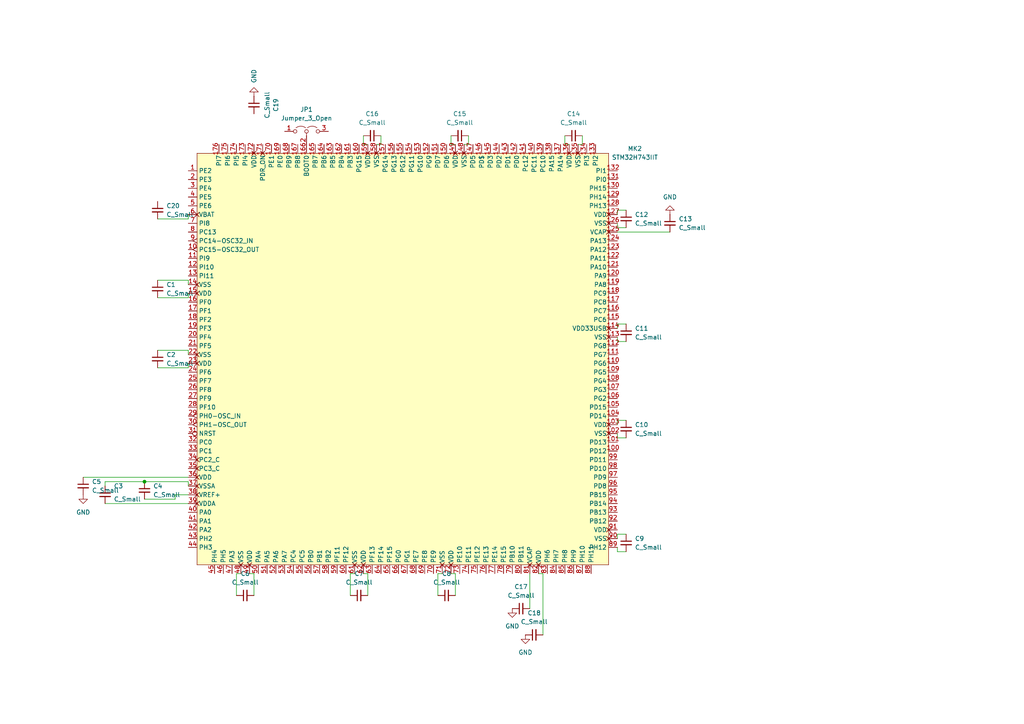
<source format=kicad_sch>
(kicad_sch (version 20250114) (generator "eeschema") (generator_version "9.0")
  (paper "A4")
  (lib_symbols
    (symbol "Device:C_Small" (pin_numbers (hide yes)) (pin_names (offset 0.254) (hide yes))
      (property "Reference" "C" (at 0.254 1.778 0))
      (property "Value" "C_Small" (at 0.254 -2.032 0))
      (symbol "C_Small_0_1"
        (polyline (pts (xy -1.524 0.508) (xy 1.524 0.508)) (stroke (width 0.3048)))
        (polyline (pts (xy -1.524 -0.508) (xy 1.524 -0.508)) (stroke (width 0.3302)))
      )
      (symbol "C_Small_1_1"
        (pin passive line (at 0 2.54 270) (length 2.032) (name "~") (number "1"))
        (pin passive line (at 0 -2.54 90) (length 2.032) (name "~") (number "2"))
      )
    )
    (symbol "Jumper:Jumper_3_Open" (pin_names (offset 0) (hide yes)) (in_bom no)
      (property "Reference" "JP" (at -2.54 -2.54 0))
      (property "Value" "Jumper_3_Open" (at 0 2.794 0))
      (symbol "Jumper_3_Open_0_0"
        (circle (center -3.302 0) (radius 0.508))
        (circle (center 0 0) (radius 0.508))
        (circle (center 3.302 0) (radius 0.508))
      )
      (symbol "Jumper_3_Open_0_1"
        (arc (start -3.048 1.016) (mid -1.651 1.4992) (end -0.254 1.016))
        (polyline (pts (xy 0 -0.508) (xy 0 -1.27)))
        (arc (start 0.254 1.016) (mid 1.651 1.4992) (end 3.048 1.016))
      )
      (symbol "Jumper_3_Open_1_1"
        (pin passive line (at -6.35 0 0) (length 2.54) (name "A") (number "1"))
        (pin passive line (at 0 -3.81 90) (length 2.54) (name "C") (number "2"))
        (pin passive line (at 6.35 0 180) (length 2.54) (name "B") (number "3"))
      )
    )
    (symbol "my_library:STM32H743IIT"
      (property "Reference" "MK" (at -1.27 1.016 0))
      (property "Value" "STM32H743IIT" (at 0 0 0))
      (symbol "STM32H743IIT_1_1"
        (rectangle (start -58.42 59.69) (end 60.96 -59.69) (fill (type background)))
        (pin bidirectional line (at -60.96 54.61 0) (length 2.54) (name "PE2") (number "1"))
        (pin bidirectional line (at -60.96 52.07 0) (length 2.54) (name "PE3") (number "2"))
        (pin bidirectional line (at -60.96 49.53 0) (length 2.54) (name "PE4") (number "3"))
        (pin bidirectional line (at -60.96 46.99 0) (length 2.54) (name "PE5") (number "4"))
        (pin bidirectional line (at -60.96 44.45 0) (length 2.54) (name "PE6") (number "5"))
        (pin power_in non_logic (at -60.96 41.91 0) (length 2.54) (name "VBAT") (number "6"))
        (pin bidirectional line (at -60.96 39.37 0) (length 2.54) (name "PI8") (number "7"))
        (pin bidirectional line (at -60.96 36.83 0) (length 2.54) (name "PC13") (number "8"))
        (pin bidirectional edge_clock_high (at -60.96 34.29 0) (length 2.54) (name "PC14-OSC32_IN") (number "9"))
        (pin bidirectional edge_clock_high (at -60.96 31.75 0) (length 2.54) (name "PC15-OSC32_OUT") (number "10"))
        (pin bidirectional line (at -60.96 29.21 0) (length 2.54) (name "PI9") (number "11"))
        (pin bidirectional line (at -60.96 26.67 0) (length 2.54) (name "PI10") (number "12"))
        (pin bidirectional line (at -60.96 24.13 0) (length 2.54) (name "PI11") (number "13"))
        (pin power_in non_logic (at -60.96 21.59 0) (length 2.54) (name "VSS") (number "14"))
        (pin power_in non_logic (at -60.96 19.05 0) (length 2.54) (name "VDD") (number "15"))
        (pin bidirectional line (at -60.96 16.51 0) (length 2.54) (name "PF0") (number "16"))
        (pin bidirectional line (at -60.96 13.97 0) (length 2.54) (name "PF1") (number "17"))
        (pin bidirectional line (at -60.96 11.43 0) (length 2.54) (name "PF2") (number "18"))
        (pin bidirectional line (at -60.96 8.89 0) (length 2.54) (name "PF3") (number "19"))
        (pin bidirectional line (at -60.96 6.35 0) (length 2.54) (name "PF4") (number "20"))
        (pin bidirectional line (at -60.96 3.81 0) (length 2.54) (name "PF5") (number "21"))
        (pin power_in non_logic (at -60.96 1.27 0) (length 2.54) (name "VSS") (number "22"))
        (pin power_in non_logic (at -60.96 -1.27 0) (length 2.54) (name "VDD") (number "23"))
        (pin bidirectional line (at -60.96 -3.81 0) (length 2.54) (name "PF6") (number "24"))
        (pin bidirectional line (at -60.96 -6.35 0) (length 2.54) (name "PF7") (number "25"))
        (pin bidirectional line (at -60.96 -8.89 0) (length 2.54) (name "PF8") (number "26"))
        (pin bidirectional line (at -60.96 -11.43 0) (length 2.54) (name "PF9") (number "27"))
        (pin bidirectional line (at -60.96 -13.97 0) (length 2.54) (name "PF10") (number "28"))
        (pin input edge_clock_high (at -60.96 -16.51 0) (length 2.54) (name "PH0-OSC_IN") (number "29"))
        (pin output edge_clock_high (at -60.96 -19.05 0) (length 2.54) (name "PH1-OSC_OUT") (number "30"))
        (pin bidirectional inverted (at -60.96 -21.59 0) (length 2.54) (name "NRST") (number "31"))
        (pin bidirectional line (at -60.96 -24.13 0) (length 2.54) (name "PC0") (number "32"))
        (pin bidirectional line (at -60.96 -26.67 0) (length 2.54) (name "PC1") (number "33"))
        (pin bidirectional non_logic (at -60.96 -29.21 0) (length 2.54) (name "PC2_C") (number "34"))
        (pin bidirectional non_logic (at -60.96 -31.75 0) (length 2.54) (name "PC3_C") (number "35"))
        (pin power_in non_logic (at -60.96 -34.29 0) (length 2.54) (name "VDD") (number "36"))
        (pin power_in non_logic (at -60.96 -36.83 0) (length 2.54) (name "VSSA") (number "37"))
        (pin power_in non_logic (at -60.96 -39.37 0) (length 2.54) (name "VREF+") (number "38"))
        (pin power_in non_logic (at -60.96 -41.91 0) (length 2.54) (name "VDDA") (number "39"))
        (pin bidirectional line (at -60.96 -44.45 0) (length 2.54) (name "PA0") (number "40"))
        (pin bidirectional line (at -60.96 -46.99 0) (length 2.54) (name "PA1") (number "41"))
        (pin bidirectional line (at -60.96 -49.53 0) (length 2.54) (name "PA2") (number "42"))
        (pin bidirectional line (at -60.96 -52.07 0) (length 2.54) (name "PH2") (number "43"))
        (pin bidirectional line (at -60.96 -54.61 0) (length 2.54) (name "PH3") (number "44"))
        (pin bidirectional line (at -53.34 -62.23 90) (length 2.54) (name "PH4") (number "45"))
        (pin bidirectional line (at -52.07 62.23 270) (length 2.54) (name "PI7") (number "176"))
        (pin bidirectional line (at -50.8 -62.23 90) (length 2.54) (name "PH5") (number "46"))
        (pin bidirectional line (at -49.53 62.23 270) (length 2.54) (name "PI6") (number "175"))
        (pin bidirectional line (at -48.26 -62.23 90) (length 2.54) (name "PA3") (number "47"))
        (pin bidirectional line (at -46.99 62.23 270) (length 2.54) (name "PI5") (number "174"))
        (pin power_in non_logic (at -45.72 -62.23 90) (length 2.54) (name "VSS") (number "48"))
        (pin bidirectional line (at -44.45 62.23 270) (length 2.54) (name "PI4") (number "173"))
        (pin power_in non_logic (at -43.18 -62.23 90) (length 2.54) (name "VDD") (number "49"))
        (pin power_in non_logic (at -41.91 62.23 270) (length 2.54) (name "VDD") (number "172"))
        (pin bidirectional line (at -40.64 -62.23 90) (length 2.54) (name "PA4") (number "50"))
        (pin power_in non_logic (at -39.37 62.23 270) (length 2.54) (name "PDR_ON") (number "171"))
        (pin bidirectional line (at -38.1 -62.23 90) (length 2.54) (name "PA5") (number "51"))
        (pin bidirectional line (at -36.83 62.23 270) (length 2.54) (name "PE1") (number "170"))
        (pin bidirectional line (at -35.56 -62.23 90) (length 2.54) (name "PA6") (number "52"))
        (pin bidirectional line (at -34.29 62.23 270) (length 2.54) (name "PE0") (number "169"))
        (pin bidirectional line (at -33.02 -62.23 90) (length 2.54) (name "PA7") (number "53"))
        (pin bidirectional line (at -31.75 62.23 270) (length 2.54) (name "PB9") (number "168"))
        (pin bidirectional line (at -30.48 -62.23 90) (length 2.54) (name "PC4") (number "54"))
        (pin bidirectional line (at -29.21 62.23 270) (length 2.54) (name "PB8") (number "167"))
        (pin bidirectional line (at -27.94 -62.23 90) (length 2.54) (name "PC5") (number "55"))
        (pin input line (at -26.67 62.23 270) (length 2.54) (name "BOOT0") (number "166"))
        (pin bidirectional line (at -25.4 -62.23 90) (length 2.54) (name "PB0") (number "56"))
        (pin bidirectional line (at -24.13 62.23 270) (length 2.54) (name "PB7") (number "165"))
        (pin bidirectional line (at -22.86 -62.23 90) (length 2.54) (name "PB1") (number "57"))
        (pin bidirectional line (at -21.59 62.23 270) (length 2.54) (name "PB6") (number "164"))
        (pin bidirectional line (at -20.32 -62.23 90) (length 2.54) (name "PB2") (number "58"))
        (pin bidirectional line (at -19.05 62.23 270) (length 2.54) (name "PB5") (number "163"))
        (pin bidirectional line (at -17.78 -62.23 90) (length 2.54) (name "PF11") (number "59"))
        (pin bidirectional line (at -16.51 62.23 270) (length 2.54) (name "PB4") (number "162"))
        (pin bidirectional line (at -15.24 -62.23 90) (length 2.54) (name "PF12") (number "60"))
        (pin bidirectional line (at -13.97 62.23 270) (length 2.54) (name "PB3") (number "161"))
        (pin power_in non_logic (at -12.7 -62.23 90) (length 2.54) (name "VSS") (number "61"))
        (pin bidirectional line (at -11.43 62.23 270) (length 2.54) (name "PG15") (number "160"))
        (pin power_in non_logic (at -10.16 -62.23 90) (length 2.54) (name "VDD") (number "62"))
        (pin power_in non_logic (at -8.89 62.23 270) (length 2.54) (name "VDD") (number "159"))
        (pin bidirectional line (at -7.62 -62.23 90) (length 2.54) (name "PF13") (number "63"))
        (pin power_in non_logic (at -6.35 62.23 270) (length 2.54) (name "VSS") (number "158"))
        (pin bidirectional line (at -5.08 -62.23 90) (length 2.54) (name "PF14") (number "64"))
        (pin bidirectional line (at -3.81 62.23 270) (length 2.54) (name "PG14") (number "157"))
        (pin bidirectional line (at -2.54 -62.23 90) (length 2.54) (name "PF15") (number "65"))
        (pin bidirectional line (at -1.27 62.23 270) (length 2.54) (name "PG13") (number "156"))
        (pin bidirectional line (at 0 -62.23 90) (length 2.54) (name "PG0") (number "66"))
        (pin bidirectional line (at 1.27 62.23 270) (length 2.54) (name "PG12") (number "155"))
        (pin bidirectional line (at 2.54 -62.23 90) (length 2.54) (name "PG1") (number "67"))
        (pin bidirectional line (at 3.81 62.23 270) (length 2.54) (name "PG11") (number "154"))
        (pin bidirectional line (at 5.08 -62.23 90) (length 2.54) (name "PE7") (number "68"))
        (pin bidirectional line (at 6.35 62.23 270) (length 2.54) (name "PG10") (number "153"))
        (pin bidirectional line (at 7.62 -62.23 90) (length 2.54) (name "PE8") (number "69"))
        (pin bidirectional line (at 8.89 62.23 270) (length 2.54) (name "PG9") (number "152"))
        (pin bidirectional line (at 10.16 -62.23 90) (length 2.54) (name "PE9") (number "70"))
        (pin bidirectional line (at 11.43 62.23 270) (length 2.54) (name "PD7") (number "151"))
        (pin power_in non_logic (at 12.7 -62.23 90) (length 2.54) (name "VSS") (number "71"))
        (pin bidirectional line (at 13.97 62.23 270) (length 2.54) (name "PD6") (number "150"))
        (pin power_in non_logic (at 15.24 -62.23 90) (length 2.54) (name "VDD") (number "72"))
        (pin power_in non_logic (at 16.51 62.23 270) (length 2.54) (name "VDD") (number "149"))
        (pin bidirectional line (at 17.78 -62.23 90) (length 2.54) (name "PE10") (number "73"))
        (pin power_in non_logic (at 19.05 62.23 270) (length 2.54) (name "VSS") (number "148"))
        (pin bidirectional line (at 20.32 -62.23 90) (length 2.54) (name "PE11") (number "74"))
        (pin bidirectional line (at 21.59 62.23 270) (length 2.54) (name "PD5") (number "147"))
        (pin bidirectional line (at 22.86 -62.23 90) (length 2.54) (name "PE12") (number "75"))
        (pin bidirectional line (at 24.13 62.23 270) (length 2.54) (name "PD$") (number "146"))
        (pin bidirectional line (at 25.4 -62.23 90) (length 2.54) (name "PE13") (number "76"))
        (pin bidirectional line (at 26.67 62.23 270) (length 2.54) (name "PD3") (number "145"))
        (pin bidirectional line (at 27.94 -62.23 90) (length 2.54) (name "PE14") (number "77"))
        (pin bidirectional line (at 29.21 62.23 270) (length 2.54) (name "PD2") (number "144"))
        (pin bidirectional line (at 30.48 -62.23 90) (length 2.54) (name "PE15") (number "78"))
        (pin bidirectional line (at 31.75 62.23 270) (length 2.54) (name "PD1") (number "143"))
        (pin bidirectional line (at 33.02 -62.23 90) (length 2.54) (name "PB10") (number "79"))
        (pin bidirectional line (at 34.29 62.23 270) (length 2.54) (name "PD0") (number "142"))
        (pin bidirectional line (at 35.56 -62.23 90) (length 2.54) (name "PB11") (number "80"))
        (pin bidirectional line (at 36.83 62.23 270) (length 2.54) (name "Pc12") (number "141"))
        (pin power_in non_logic (at 38.1 -62.23 90) (length 2.54) (name "VCAP") (number "81"))
        (pin bidirectional line (at 39.37 62.23 270) (length 2.54) (name "PC11") (number "140"))
        (pin power_in non_logic (at 40.64 -62.23 90) (length 2.54) (name "VDD") (number "82"))
        (pin bidirectional line (at 41.91 62.23 270) (length 2.54) (name "PC10") (number "139"))
        (pin bidirectional line (at 43.18 -62.23 90) (length 2.54) (name "PH6") (number "83"))
        (pin bidirectional line (at 44.45 62.23 270) (length 2.54) (name "PA15") (number "138"))
        (pin bidirectional line (at 45.72 -62.23 90) (length 2.54) (name "PH7") (number "84"))
        (pin bidirectional line (at 46.99 62.23 270) (length 2.54) (name "PA14") (number "137"))
        (pin bidirectional line (at 48.26 -62.23 90) (length 2.54) (name "PH8") (number "85"))
        (pin power_in non_logic (at 49.53 62.23 270) (length 2.54) (name "VDD") (number "136"))
        (pin bidirectional line (at 50.8 -62.23 90) (length 2.54) (name "PH9") (number "86"))
        (pin power_in non_logic (at 52.07 62.23 270) (length 2.54) (name "VSS") (number "135"))
        (pin bidirectional line (at 53.34 -62.23 90) (length 2.54) (name "PH10") (number "87"))
        (pin bidirectional line (at 54.61 62.23 270) (length 2.54) (name "PI3") (number "134"))
        (pin bidirectional line (at 55.88 -62.23 90) (length 2.54) (name "PH11") (number "88"))
        (pin bidirectional line (at 57.15 62.23 270) (length 2.54) (name "PI2") (number "133"))
        (pin bidirectional line (at 63.5 54.61 180) (length 2.54) (name "PI1") (number "132"))
        (pin bidirectional line (at 63.5 52.07 180) (length 2.54) (name "PI0") (number "131"))
        (pin bidirectional line (at 63.5 49.53 180) (length 2.54) (name "PH15") (number "130"))
        (pin bidirectional line (at 63.5 46.99 180) (length 2.54) (name "PH14") (number "129"))
        (pin bidirectional line (at 63.5 44.45 180) (length 2.54) (name "PH13") (number "128"))
        (pin power_in non_logic (at 63.5 41.91 180) (length 2.54) (name "VDD") (number "127"))
        (pin power_in non_logic (at 63.5 39.37 180) (length 2.54) (name "VSS") (number "126"))
        (pin power_out non_logic (at 63.5 36.83 180) (length 2.54) (name "VCAP") (number "125"))
        (pin bidirectional line (at 63.5 34.29 180) (length 2.54) (name "PA13") (number "124"))
        (pin bidirectional line (at 63.5 31.75 180) (length 2.54) (name "PA12") (number "123"))
        (pin bidirectional line (at 63.5 29.21 180) (length 2.54) (name "PA11") (number "122"))
        (pin bidirectional line (at 63.5 26.67 180) (length 2.54) (name "PA10") (number "121"))
        (pin bidirectional line (at 63.5 24.13 180) (length 2.54) (name "PA9") (number "120"))
        (pin bidirectional line (at 63.5 21.59 180) (length 2.54) (name "PA8") (number "119"))
        (pin bidirectional line (at 63.5 19.05 180) (length 2.54) (name "PC9") (number "118"))
        (pin bidirectional line (at 63.5 16.51 180) (length 2.54) (name "PC8") (number "117"))
        (pin bidirectional line (at 63.5 13.97 180) (length 2.54) (name "PC7") (number "116"))
        (pin bidirectional line (at 63.5 11.43 180) (length 2.54) (name "PC6") (number "115"))
        (pin power_in non_logic (at 63.5 8.89 180) (length 2.54) (name "VDD33USB") (number "114"))
        (pin power_in non_logic (at 63.5 6.35 180) (length 2.54) (name "VSS") (number "113"))
        (pin bidirectional line (at 63.5 3.81 180) (length 2.54) (name "PG8") (number "112"))
        (pin bidirectional line (at 63.5 1.27 180) (length 2.54) (name "PG7") (number "111"))
        (pin bidirectional line (at 63.5 -1.27 180) (length 2.54) (name "PG6") (number "110"))
        (pin bidirectional line (at 63.5 -3.81 180) (length 2.54) (name "PG5") (number "109"))
        (pin bidirectional line (at 63.5 -6.35 180) (length 2.54) (name "PG4") (number "108"))
        (pin bidirectional line (at 63.5 -8.89 180) (length 2.54) (name "PG3") (number "107"))
        (pin bidirectional line (at 63.5 -11.43 180) (length 2.54) (name "PG2") (number "106"))
        (pin bidirectional line (at 63.5 -13.97 180) (length 2.54) (name "PD15") (number "105"))
        (pin bidirectional line (at 63.5 -16.51 180) (length 2.54) (name "PD14") (number "104"))
        (pin power_in non_logic (at 63.5 -19.05 180) (length 2.54) (name "VDD") (number "103"))
        (pin power_in non_logic (at 63.5 -21.59 180) (length 2.54) (name "VSS") (number "102"))
        (pin bidirectional line (at 63.5 -24.13 180) (length 2.54) (name "PD13") (number "101"))
        (pin bidirectional line (at 63.5 -26.67 180) (length 2.54) (name "PD12") (number "100"))
        (pin bidirectional line (at 63.5 -29.21 180) (length 2.54) (name "PD11") (number "99"))
        (pin bidirectional line (at 63.5 -31.75 180) (length 2.54) (name "PD10") (number "98"))
        (pin bidirectional line (at 63.5 -34.29 180) (length 2.54) (name "PD9") (number "97"))
        (pin bidirectional line (at 63.5 -36.83 180) (length 2.54) (name "PD8") (number "96"))
        (pin bidirectional line (at 63.5 -39.37 180) (length 2.54) (name "PB15") (number "95"))
        (pin bidirectional line (at 63.5 -41.91 180) (length 2.54) (name "PB14") (number "94"))
        (pin bidirectional line (at 63.5 -44.45 180) (length 2.54) (name "PB13") (number "93"))
        (pin bidirectional line (at 63.5 -46.99 180) (length 2.54) (name "PB12") (number "92"))
        (pin power_in non_logic (at 63.5 -49.53 180) (length 2.54) (name "VDD") (number "91"))
        (pin power_in non_logic (at 63.5 -52.07 180) (length 2.54) (name "VSS") (number "90"))
        (pin bidirectional line (at 63.5 -54.61 180) (length 2.54) (name "PH12") (number "89"))
      )
    )
    (symbol "power:GND" (power) (pin_numbers (hide yes)) (pin_names (offset 0) (hide yes))
      (property "Value" "GND" (at 0 -3.81 0))
      (symbol "GND_0_1"
        (polyline (pts (xy 0 0) (xy 0 -1.27) (xy 1.27 -1.27) (xy 0 -2.54) (xy -1.27 -1.27) (xy 0 -1.27)))
      )
      (symbol "GND_1_1"
        (pin power_in line (at 0 0 270) (length 0) (name "~") (number "1"))
      )
    )
  )
  (junction (at 41.91 139.7))
  (wire (pts (xy 163.83 41.91) (xy 165.1 41.91)))
  (wire (pts (xy 135.89 41.91) (xy 135.89 39.37)))
  (wire (pts (xy 134.62 41.91) (xy 135.89 41.91)))
  (wire (pts (xy 30.48 139.7) (xy 41.91 139.7)))
  (wire (pts (xy 157.48 184.15) (xy 157.48 166.37)))
  (wire (pts (xy 179.07 67.31) (xy 194.31 67.31)))
  (wire (pts (xy 54.61 101.6) (xy 45.72 101.6)))
  (wire (pts (xy 101.6 172.72) (xy 101.6 166.37)))
  (wire (pts (xy 130.81 166.37) (xy 132.08 166.37)))
  (wire (pts (xy 54.61 81.28) (xy 45.72 81.28)))
  (wire (pts (xy 181.61 60.96) (xy 179.07 60.96)))
  (wire (pts (xy 30.48 139.7) (xy 30.48 140.97)))
  (wire (pts (xy 68.58 166.37) (xy 69.85 166.37)))
  (wire (pts (xy 30.48 146.05) (xy 54.61 146.05)))
  (wire (pts (xy 157.48 166.37) (xy 156.21 166.37)))
  (wire (pts (xy 179.07 121.92) (xy 179.07 123.19)))
  (wire (pts (xy 110.49 41.91) (xy 110.49 39.37)))
  (wire (pts (xy 73.66 172.72) (xy 73.66 166.37)))
  (wire (pts (xy 101.6 166.37) (xy 102.87 166.37)))
  (wire (pts (xy 179.07 93.98) (xy 179.07 95.25)))
  (wire (pts (xy 105.41 166.37) (xy 106.68 166.37)))
  (wire (pts (xy 106.68 41.91) (xy 105.41 41.91)))
  (wire (pts (xy 132.08 41.91) (xy 130.81 41.91)))
  (wire (pts (xy 54.61 105.41) (xy 54.61 106.68)))
  (wire (pts (xy 127 166.37) (xy 128.27 166.37)))
  (wire (pts (xy 181.61 93.98) (xy 179.07 93.98)))
  (wire (pts (xy 109.22 41.91) (xy 110.49 41.91)))
  (wire (pts (xy 54.61 106.68) (xy 45.72 106.68)))
  (wire (pts (xy 50.8 143.51) (xy 50.8 144.78)))
  (wire (pts (xy 127 172.72) (xy 127 166.37)))
  (wire (pts (xy 179.07 127) (xy 179.07 125.73)))
  (wire (pts (xy 181.61 127) (xy 179.07 127)))
  (wire (pts (xy 132.08 172.72) (xy 132.08 166.37)))
  (wire (pts (xy 45.72 63.5) (xy 54.61 63.5)))
  (wire (pts (xy 163.83 39.37) (xy 163.83 41.91)))
  (wire (pts (xy 153.67 166.37) (xy 153.67 176.53)))
  (wire (pts (xy 181.61 160.02) (xy 179.07 160.02)))
  (wire (pts (xy 179.07 60.96) (xy 179.07 62.23)))
  (wire (pts (xy 54.61 82.55) (xy 54.61 81.28)))
  (wire (pts (xy 168.91 41.91) (xy 167.64 41.91)))
  (wire (pts (xy 24.13 138.43) (xy 54.61 138.43)))
  (wire (pts (xy 68.58 172.72) (xy 68.58 166.37)))
  (wire (pts (xy 54.61 85.09) (xy 54.61 86.36)))
  (wire (pts (xy 105.41 41.91) (xy 105.41 39.37)))
  (wire (pts (xy 179.07 66.04) (xy 179.07 64.77)))
  (wire (pts (xy 130.81 41.91) (xy 130.81 39.37)))
  (wire (pts (xy 181.61 121.92) (xy 179.07 121.92)))
  (wire (pts (xy 179.07 99.06) (xy 179.07 97.79)))
  (wire (pts (xy 50.8 143.51) (xy 54.61 143.51)))
  (wire (pts (xy 54.61 63.5) (xy 54.61 62.23)))
  (wire (pts (xy 50.8 144.78) (xy 41.91 144.78)))
  (wire (pts (xy 181.61 99.06) (xy 179.07 99.06)))
  (wire (pts (xy 54.61 139.7) (xy 54.61 140.97)))
  (wire (pts (xy 179.07 154.94) (xy 179.07 156.21)))
  (wire (pts (xy 179.07 160.02) (xy 179.07 158.75)))
  (wire (pts (xy 54.61 102.87) (xy 54.61 101.6)))
  (wire (pts (xy 181.61 66.04) (xy 179.07 66.04)))
  (wire (pts (xy 181.61 154.94) (xy 179.07 154.94)))
  (wire (pts (xy 73.66 166.37) (xy 72.39 166.37)))
  (wire (pts (xy 106.68 172.72) (xy 106.68 166.37)))
  (wire (pts (xy 41.91 139.7) (xy 54.61 139.7)))
  (wire (pts (xy 54.61 86.36) (xy 45.72 86.36)))
  (wire (pts (xy 168.91 39.37) (xy 168.91 41.91)))
  (symbol (lib_id "Device:C_Small") (at 41.91 142.24 0) (unit 1)
    (property "Reference" "C4" (at 44.45 140.9762 0) (effects (justify left)))
    (property "Value" "C_Small" (at 44.45 143.5162 0) (effects (justify left)))
    (property "Description" "Unpolarized capacitor, small symbol" (effects (hide yes)))
  )
  (symbol (lib_id "Device:C_Small") (at 45.72 60.96 0) (unit 1)
    (property "Reference" "C20" (at 48.26 59.6962 0) (effects (justify left)))
    (property "Value" "C_Small" (at 48.26 62.2362 0) (effects (justify left)))
    (property "Description" "Unpolarized capacitor, small symbol" (effects (hide yes)))
  )
  (symbol (lib_id "power:GND") (at 73.66 27.94 180) (unit 1)
    (property "Reference" "#PWR05" (effects (hide yes)))
    (property "Value" "GND" (at 73.6601 24.13 90) (effects (justify right)))
    (property "Description" "Power symbol creates a global label with name \"GND\" , ground" (effects (hide yes)))
  )
  (symbol (lib_id "power:GND") (at 194.31 62.23 180) (unit 1)
    (property "Reference" "#PWR02" (effects (hide yes)))
    (property "Value" "GND" (at 194.31 57.15 0))
    (property "Description" "Power symbol creates a global label with name \"GND\" , ground" (effects (hide yes)))
  )
  (symbol (lib_id "Jumper:Jumper_3_Open") (at 88.9 38.1 0) (unit 1) (in_bom no)
    (property "Reference" "JP1" (at 88.9 31.75 0))
    (property "Value" "Jumper_3_Open" (at 88.9 34.29 0))
    (property "Description" "Jumper, 3-pole, both open" (effects (hide yes)))
  )
  (symbol (lib_id "Device:C_Small") (at 181.61 63.5 0) (unit 1)
    (property "Reference" "C12" (at 184.15 62.2362 0) (effects (justify left)))
    (property "Value" "C_Small" (at 184.15 64.7762 0) (effects (justify left)))
    (property "Description" "Unpolarized capacitor, small symbol" (effects (hide yes)))
  )
  (symbol (lib_id "Device:C_Small") (at 181.61 124.46 0) (unit 1)
    (property "Reference" "C10" (at 184.15 123.1962 0) (effects (justify left)))
    (property "Value" "C_Small" (at 184.15 125.7362 0) (effects (justify left)))
    (property "Description" "Unpolarized capacitor, small symbol" (effects (hide yes)))
  )
  (symbol (lib_id "Device:C_Small") (at 154.94 184.15 90) (unit 1)
    (property "Reference" "C18" (at 154.9463 177.8 90))
    (property "Value" "C_Small" (at 154.9463 180.34 90))
    (property "Description" "Unpolarized capacitor, small symbol" (effects (hide yes)))
  )
  (symbol (lib_id "power:GND") (at 152.4 184.15 0) (unit 1)
    (property "Reference" "#PWR04" (effects (hide yes)))
    (property "Value" "GND" (at 152.4 189.23 0))
    (property "Description" "Power symbol creates a global label with name \"GND\" , ground" (effects (hide yes)))
  )
  (symbol (lib_id "Device:C_Small") (at 71.12 172.72 90) (unit 1)
    (property "Reference" "C6" (at 71.1263 166.37 90))
    (property "Value" "C_Small" (at 71.1263 168.91 90))
    (property "Description" "Unpolarized capacitor, small symbol" (effects (hide yes)))
  )
  (symbol (lib_id "Device:C_Small") (at 133.35 39.37 270) (unit 1)
    (property "Reference" "C15" (at 133.3436 33.02 90))
    (property "Value" "C_Small" (at 133.3436 35.56 90))
    (property "Description" "Unpolarized capacitor, small symbol" (effects (hide yes)))
  )
  (symbol (lib_id "power:GND") (at 24.13 143.51 0) (unit 1)
    (property "Reference" "#PWR01" (effects (hide yes)))
    (property "Value" "GND" (at 24.13 148.59 0))
    (property "Description" "Power symbol creates a global label with name \"GND\" , ground" (effects (hide yes)))
  )
  (symbol (lib_id "Device:C_Small") (at 166.37 39.37 90) (unit 1)
    (property "Reference" "C14" (at 166.3763 33.02 90))
    (property "Value" "C_Small" (at 166.3763 35.56 90))
    (property "Description" "Unpolarized capacitor, small symbol" (effects (hide yes)))
  )
  (symbol (lib_id "Device:C_Small") (at 24.13 140.97 0) (unit 1)
    (property "Reference" "C5" (at 26.67 139.7062 0) (effects (justify left)))
    (property "Value" "C_Small" (at 26.67 142.2462 0) (effects (justify left)))
    (property "Description" "Unpolarized capacitor, small symbol" (effects (hide yes)))
  )
  (symbol (lib_id "Device:C_Small") (at 45.72 104.14 0) (unit 1)
    (property "Reference" "C2" (at 48.26 102.8762 0) (effects (justify left)))
    (property "Value" "C_Small" (at 48.26 105.4162 0) (effects (justify left)))
    (property "Description" "Unpolarized capacitor, small symbol" (effects (hide yes)))
  )
  (symbol (lib_id "Device:C_Small") (at 129.54 172.72 90) (unit 1)
    (property "Reference" "C8" (at 129.5463 166.37 90))
    (property "Value" "C_Small" (at 129.5463 168.91 90))
    (property "Description" "Unpolarized capacitor, small symbol" (effects (hide yes)))
  )
  (symbol (lib_id "my_library:STM32H743IIT") (at 115.57 104.14 0) (unit 1)
    (property "Reference" "MK2" (at 184.15 43.1098 0))
    (property "Value" "STM32H743IIT" (at 184.15 45.6498 0))
    (property "Footprint" "Package_QFP:LQFP-176_24x24mm_P0.5mm" (effects (hide yes)))
    (property "Datasheet" "kicad-embed://stm32h743ii.pdf" (effects (hide yes)))
  )
  (symbol (lib_id "Device:C_Small") (at 151.13 176.53 90) (unit 1)
    (property "Reference" "C17" (at 151.1363 170.18 90))
    (property "Value" "C_Small" (at 151.1363 172.72 90))
    (property "Description" "Unpolarized capacitor, small symbol" (effects (hide yes)))
  )
  (symbol (lib_id "Device:C_Small") (at 30.48 143.51 0) (unit 1)
    (property "Reference" "C3" (at 33.02 140.9762 0) (effects (justify left)))
    (property "Value" "C_Small" (at 33.02 144.7862 0) (effects (justify left)))
    (property "Description" "Unpolarized capacitor, small symbol" (effects (hide yes)))
  )
  (symbol (lib_id "Device:C_Small") (at 181.61 96.52 0) (unit 1)
    (property "Reference" "C11" (at 184.15 95.2562 0) (effects (justify left)))
    (property "Value" "C_Small" (at 184.15 97.7962 0) (effects (justify left)))
    (property "Description" "Unpolarized capacitor, small symbol" (effects (hide yes)))
  )
  (symbol (lib_id "Device:C_Small") (at 104.14 172.72 90) (unit 1)
    (property "Reference" "C7" (at 104.1463 166.37 90))
    (property "Value" "C_Small" (at 104.1463 168.91 90))
    (property "Description" "Unpolarized capacitor, small symbol" (effects (hide yes)))
  )
  (symbol (lib_id "Device:C_Small") (at 73.66 30.48 0) (unit 1)
    (property "Reference" "C19" (at 80.01 30.4863 90))
    (property "Value" "C_Small" (at 77.47 30.4863 90))
    (property "Description" "Unpolarized capacitor, small symbol" (effects (hide yes)))
  )
  (symbol (lib_id "Device:C_Small") (at 45.72 83.82 0) (unit 1)
    (property "Reference" "C1" (at 48.26 82.5562 0) (effects (justify left)))
    (property "Value" "C_Small" (at 48.26 85.0962 0) (effects (justify left)))
    (property "Description" "Unpolarized capacitor, small symbol" (effects (hide yes)))
  )
  (symbol (lib_id "power:GND") (at 148.59 176.53 0) (unit 1)
    (property "Reference" "#PWR03" (effects (hide yes)))
    (property "Value" "GND" (at 148.59 181.61 0))
    (property "Description" "Power symbol creates a global label with name \"GND\" , ground" (effects (hide yes)))
  )
  (symbol (lib_id "Device:C_Small") (at 194.31 64.77 0) (unit 1)
    (property "Reference" "C13" (at 196.85 63.5062 0) (effects (justify left)))
    (property "Value" "C_Small" (at 196.85 66.0462 0) (effects (justify left)))
    (property "Description" "Unpolarized capacitor, small symbol" (effects (hide yes)))
  )
  (symbol (lib_id "Device:C_Small") (at 181.61 157.48 0) (unit 1)
    (property "Reference" "C9" (at 184.15 156.2162 0) (effects (justify left)))
    (property "Value" "C_Small" (at 184.15 158.7562 0) (effects (justify left)))
    (property "Description" "Unpolarized capacitor, small symbol" (effects (hide yes)))
  )
  (symbol (lib_id "Device:C_Small") (at 107.95 39.37 270) (unit 1)
    (property "Reference" "C16" (at 107.9436 33.02 90))
    (property "Value" "C_Small" (at 107.9436 35.56 90))
    (property "Description" "Unpolarized capacitor, small symbol" (effects (hide yes)))
  )
)
</source>
